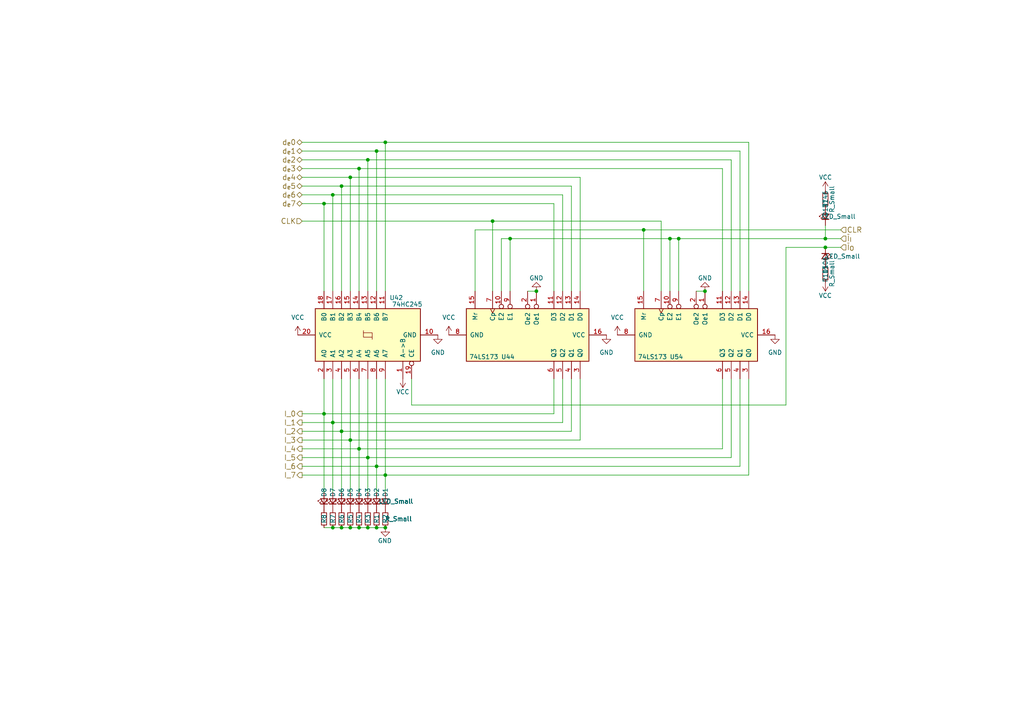
<source format=kicad_sch>
(kicad_sch (version 20230121) (generator eeschema)
  (paper "A4")
  (lib_symbols
    (symbol "74xx:74HC245" (pin_names (offset 1.016))
      (property "Reference" "U" (at -7.62 16.51 0))
      (property "Value" "74HC245" (at -7.62 -16.51 0))
      (symbol "74HC245_1_0"
        (polyline (pts (xy -0.635 -1.27) (xy -0.635 1.27) (xy 0.635 1.27)))
        (polyline (pts (xy -1.27 -1.27) (xy 0.635 -1.27) (xy 0.635 1.27) (xy 1.27 1.27)))
        (pin input line (at -12.7 -10.16 0) (length 5.08) (name "A->B") (number "1"))
        (pin power_in line (at 0 -20.32 90) (length 5.08) (name "GND") (number "10"))
        (pin tri_state line (at 12.7 -5.08 180) (length 5.08) (name "B7") (number "11"))
        (pin tri_state line (at 12.7 -2.54 180) (length 5.08) (name "B6") (number "12"))
        (pin tri_state line (at 12.7 0 180) (length 5.08) (name "B5") (number "13"))
        (pin tri_state line (at 12.7 2.54 180) (length 5.08) (name "B4") (number "14"))
        (pin tri_state line (at 12.7 5.08 180) (length 5.08) (name "B3") (number "15"))
        (pin tri_state line (at 12.7 7.62 180) (length 5.08) (name "B2") (number "16"))
        (pin tri_state line (at 12.7 10.16 180) (length 5.08) (name "B1") (number "17"))
        (pin tri_state line (at 12.7 12.7 180) (length 5.08) (name "B0") (number "18"))
        (pin input inverted (at -12.7 -12.7 0) (length 5.08) (name "CE") (number "19"))
        (pin tri_state line (at -12.7 12.7 0) (length 5.08) (name "A0") (number "2"))
        (pin power_in line (at 0 20.32 270) (length 5.08) (name "VCC") (number "20"))
        (pin tri_state line (at -12.7 10.16 0) (length 5.08) (name "A1") (number "3"))
        (pin tri_state line (at -12.7 7.62 0) (length 5.08) (name "A2") (number "4"))
        (pin tri_state line (at -12.7 5.08 0) (length 5.08) (name "A3") (number "5"))
        (pin tri_state line (at -12.7 2.54 0) (length 5.08) (name "A4") (number "6"))
        (pin tri_state line (at -12.7 0 0) (length 5.08) (name "A5") (number "7"))
        (pin tri_state line (at -12.7 -2.54 0) (length 5.08) (name "A6") (number "8"))
        (pin tri_state line (at -12.7 -5.08 0) (length 5.08) (name "A7") (number "9"))
      )
      (symbol "74HC245_1_1"
        (rectangle (start -7.62 15.24) (end 7.62 -15.24) (stroke (width 0.254)) (fill (type background)))
      )
    )
    (symbol "74xx:74LS173" (pin_names (offset 1.016))
      (property "Reference" "U" (at -7.62 19.05 0))
      (property "Value" "74LS173" (at -7.62 -19.05 0))
      (symbol "74LS173_1_0"
        (pin input inverted (at -12.7 2.54 0) (length 5.08) (name "Oe1") (number "1"))
        (pin input inverted (at -12.7 -7.62 0) (length 5.08) (name "E2") (number "10"))
        (pin input line (at -12.7 7.62 0) (length 5.08) (name "D3") (number "11"))
        (pin input line (at -12.7 10.16 0) (length 5.08) (name "D2") (number "12"))
        (pin input line (at -12.7 12.7 0) (length 5.08) (name "D1") (number "13"))
        (pin input line (at -12.7 15.24 0) (length 5.08) (name "D0") (number "14"))
        (pin input line (at -12.7 -15.24 0) (length 5.08) (name "Mr") (number "15"))
        (pin power_in line (at 0 22.86 270) (length 5.08) (name "VCC") (number "16"))
        (pin input inverted (at -12.7 0 0) (length 5.08) (name "Oe2") (number "2"))
        (pin tri_state line (at 12.7 15.24 180) (length 5.08) (name "Q0") (number "3"))
        (pin tri_state line (at 12.7 12.7 180) (length 5.08) (name "Q1") (number "4"))
        (pin tri_state line (at 12.7 10.16 180) (length 5.08) (name "Q2") (number "5"))
        (pin tri_state line (at 12.7 7.62 180) (length 5.08) (name "Q3") (number "6"))
        (pin input clock (at -12.7 -10.16 0) (length 5.08) (name "Cp") (number "7"))
        (pin power_in line (at 0 -22.86 90) (length 5.08) (name "GND") (number "8"))
        (pin input inverted (at -12.7 -5.08 0) (length 5.08) (name "E1") (number "9"))
      )
      (symbol "74LS173_1_1"
        (rectangle (start -7.62 17.78) (end 7.62 -17.78) (stroke (width 0.254)) (fill (type background)))
      )
    )
    (symbol "Device:LED_Small" (pin_numbers hide) (pin_names (offset 0.254) hide)
      (property "Reference" "D" (at -1.27 3.175 0))
      (property "Value" "LED_Small" (at -4.445 -2.54 0))
      (symbol "LED_Small_0_1"
        (polyline (pts (xy -0.762 -1.016) (xy -0.762 1.016)) (stroke (width 0.254)))
        (polyline (pts (xy 1.016 0) (xy -0.762 0)))
        (polyline (pts (xy 0.762 -1.016) (xy -0.762 0) (xy 0.762 1.016) (xy 0.762 -1.016)) (stroke (width 0.254)))
        (polyline (pts (xy 0 0.762) (xy -0.508 1.27) (xy -0.254 1.27) (xy -0.508 1.27) (xy -0.508 1.016)))
        (polyline (pts (xy 0.508 1.27) (xy 0 1.778) (xy 0.254 1.778) (xy 0 1.778) (xy 0 1.524)))
      )
      (symbol "LED_Small_1_1"
        (pin passive line (at -2.54 0 0) (length 1.778) (name "K") (number "1"))
        (pin passive line (at 2.54 0 180) (length 1.778) (name "A") (number "2"))
      )
    )
    (symbol "Device:R_Small" (pin_numbers hide) (pin_names (offset 0.254) hide)
      (property "Reference" "R" (at 0.762 0.508 0))
      (property "Value" "R_Small" (at 0.762 -1.016 0))
      (symbol "R_Small_0_1"
        (rectangle (start -0.762 1.778) (end 0.762 -1.778) (stroke (width 0.2032)))
      )
      (symbol "R_Small_1_1"
        (pin passive line (at 0 2.54 270) (length 0.762) (name "~") (number "1"))
        (pin passive line (at 0 -2.54 90) (length 0.762) (name "~") (number "2"))
      )
    )
    (symbol "power:GND" (power) (pin_names (offset 0))
      (property "Value" "GND" (at 0 -3.81 0))
      (symbol "GND_0_1"
        (polyline (pts (xy 0 0) (xy 0 -1.27) (xy 1.27 -1.27) (xy 0 -2.54) (xy -1.27 -1.27) (xy 0 -1.27)))
      )
      (symbol "GND_1_1"
        (pin power_in line (at 0 0 270) (length 0) hide (name "GND") (number "1"))
      )
    )
    (symbol "power:VCC" (power) (pin_names (offset 0))
      (property "Value" "VCC" (at 0 3.81 0))
      (symbol "VCC_0_1"
        (polyline (pts (xy -0.762 1.27) (xy 0 2.54)))
        (polyline (pts (xy 0 0) (xy 0 2.54)))
        (polyline (pts (xy 0 2.54) (xy 0.762 1.27)))
      )
      (symbol "VCC_1_1"
        (pin power_in line (at 0 0 90) (length 0) hide (name "VCC") (number "1"))
      )
    )
  )
  (junction (at 101.6 127.635))
  (junction (at 196.85 69.215))
  (junction (at 111.76 137.795))
  (junction (at 104.14 130.175))
  (junction (at 155.575 84.455))
  (junction (at 101.6 51.435))
  (junction (at 93.98 120.015))
  (junction (at 239.395 69.215))
  (junction (at 111.76 41.275))
  (junction (at 106.68 153.035))
  (junction (at 99.06 153.035))
  (junction (at 204.47 84.455))
  (junction (at 111.76 153.035))
  (junction (at 99.06 125.095))
  (junction (at 93.98 59.055))
  (junction (at 147.955 69.215))
  (junction (at 109.22 43.815))
  (junction (at 186.69 66.675))
  (junction (at 99.06 53.975))
  (junction (at 239.395 71.755))
  (junction (at 96.52 153.035))
  (junction (at 104.14 153.035))
  (junction (at 106.68 132.715))
  (junction (at 109.22 153.035))
  (junction (at 104.14 48.895))
  (junction (at 96.52 56.515))
  (junction (at 109.22 135.255))
  (junction (at 194.31 69.215))
  (junction (at 142.875 64.135))
  (junction (at 101.6 153.035))
  (junction (at 106.68 46.355))
  (junction (at 96.52 122.555))
  (wire (pts (xy 93.98 120.015) (xy 160.655 120.015)))
  (wire (pts (xy 191.77 64.135) (xy 191.77 84.455)))
  (wire (pts (xy 109.22 109.855) (xy 109.22 135.255)))
  (wire (pts (xy 145.415 69.215) (xy 147.955 69.215)))
  (wire (pts (xy 111.76 137.795) (xy 217.17 137.795)))
  (wire (pts (xy 209.55 84.455) (xy 209.55 48.895)))
  (wire (pts (xy 109.22 153.035) (xy 106.68 153.035)))
  (wire (pts (xy 96.52 56.515) (xy 96.52 84.455)))
  (wire (pts (xy 87.63 43.815) (xy 109.22 43.815)))
  (wire (pts (xy 96.52 122.555) (xy 96.52 142.875)))
  (wire (pts (xy 196.85 69.215) (xy 239.395 69.215)))
  (wire (pts (xy 87.63 56.515) (xy 96.52 56.515)))
  (wire (pts (xy 96.52 56.515) (xy 163.195 56.515)))
  (wire (pts (xy 109.22 43.815) (xy 214.63 43.815)))
  (wire (pts (xy 196.85 69.215) (xy 196.85 84.455)))
  (wire (pts (xy 109.22 43.815) (xy 109.22 84.455)))
  (wire (pts (xy 87.63 64.135) (xy 142.875 64.135)))
  (wire (pts (xy 111.76 41.275) (xy 217.17 41.275)))
  (wire (pts (xy 109.22 135.255) (xy 109.22 142.875)))
  (wire (pts (xy 186.69 66.675) (xy 186.69 84.455)))
  (wire (pts (xy 194.31 69.215) (xy 194.31 84.455)))
  (wire (pts (xy 106.68 132.715) (xy 212.09 132.715)))
  (wire (pts (xy 93.98 59.055) (xy 93.98 84.455)))
  (wire (pts (xy 111.76 153.035) (xy 109.22 153.035)))
  (wire (pts (xy 87.63 130.175) (xy 104.14 130.175)))
  (wire (pts (xy 163.195 122.555) (xy 163.195 109.855)))
  (wire (pts (xy 119.38 109.855) (xy 119.38 117.475)))
  (wire (pts (xy 101.6 51.435) (xy 101.6 84.455)))
  (wire (pts (xy 145.415 69.215) (xy 145.415 84.455)))
  (wire (pts (xy 137.795 84.455) (xy 137.795 66.675)))
  (wire (pts (xy 214.63 109.855) (xy 214.63 135.255)))
  (wire (pts (xy 147.955 69.215) (xy 147.955 84.455)))
  (wire (pts (xy 212.09 46.355) (xy 212.09 84.455)))
  (wire (pts (xy 239.395 71.755) (xy 243.84 71.755)))
  (wire (pts (xy 214.63 43.815) (xy 214.63 84.455)))
  (wire (pts (xy 168.275 51.435) (xy 168.275 84.455)))
  (wire (pts (xy 163.195 56.515) (xy 163.195 84.455)))
  (wire (pts (xy 101.6 153.035) (xy 99.06 153.035)))
  (wire (pts (xy 87.63 122.555) (xy 96.52 122.555)))
  (wire (pts (xy 101.6 127.635) (xy 101.6 142.875)))
  (wire (pts (xy 87.63 135.255) (xy 109.22 135.255)))
  (wire (pts (xy 217.17 109.855) (xy 217.17 137.795)))
  (wire (pts (xy 87.63 53.975) (xy 99.06 53.975)))
  (wire (pts (xy 87.63 51.435) (xy 101.6 51.435)))
  (wire (pts (xy 201.93 84.455) (xy 204.47 84.455)))
  (wire (pts (xy 217.17 41.275) (xy 217.17 84.455)))
  (wire (pts (xy 87.63 127.635) (xy 101.6 127.635)))
  (wire (pts (xy 96.52 109.855) (xy 96.52 122.555)))
  (wire (pts (xy 99.06 125.095) (xy 165.735 125.095)))
  (wire (pts (xy 239.395 69.215) (xy 243.84 69.215)))
  (wire (pts (xy 165.735 125.095) (xy 165.735 109.855)))
  (wire (pts (xy 96.52 122.555) (xy 163.195 122.555)))
  (wire (pts (xy 96.52 153.035) (xy 93.98 153.035)))
  (wire (pts (xy 209.55 48.895) (xy 104.14 48.895)))
  (wire (pts (xy 104.14 48.895) (xy 104.14 84.455)))
  (wire (pts (xy 99.06 125.095) (xy 87.63 125.095)))
  (wire (pts (xy 111.76 137.795) (xy 111.76 142.875)))
  (wire (pts (xy 165.735 53.975) (xy 165.735 84.455)))
  (wire (pts (xy 87.63 59.055) (xy 93.98 59.055)))
  (wire (pts (xy 106.68 46.355) (xy 106.68 84.455)))
  (wire (pts (xy 101.6 127.635) (xy 168.275 127.635)))
  (wire (pts (xy 160.655 59.055) (xy 160.655 84.455)))
  (wire (pts (xy 87.63 132.715) (xy 106.68 132.715)))
  (wire (pts (xy 153.035 84.455) (xy 155.575 84.455)))
  (wire (pts (xy 99.06 53.975) (xy 99.06 84.455)))
  (wire (pts (xy 101.6 51.435) (xy 168.275 51.435)))
  (wire (pts (xy 87.63 41.275) (xy 111.76 41.275)))
  (wire (pts (xy 239.395 65.405) (xy 239.395 69.215)))
  (wire (pts (xy 106.68 46.355) (xy 212.09 46.355)))
  (wire (pts (xy 87.63 48.895) (xy 104.14 48.895)))
  (wire (pts (xy 111.76 109.855) (xy 111.76 137.795)))
  (wire (pts (xy 119.38 117.475) (xy 227.965 117.475)))
  (wire (pts (xy 142.875 64.135) (xy 142.875 84.455)))
  (wire (pts (xy 227.965 71.755) (xy 227.965 117.475)))
  (wire (pts (xy 104.14 109.855) (xy 104.14 130.175)))
  (wire (pts (xy 227.965 71.755) (xy 239.395 71.755)))
  (wire (pts (xy 104.14 130.175) (xy 104.14 142.875)))
  (wire (pts (xy 99.06 125.095) (xy 99.06 142.875)))
  (wire (pts (xy 137.795 66.675) (xy 186.69 66.675)))
  (wire (pts (xy 93.98 109.855) (xy 93.98 120.015)))
  (wire (pts (xy 209.55 130.175) (xy 209.55 109.855)))
  (wire (pts (xy 93.98 120.015) (xy 87.63 120.015)))
  (wire (pts (xy 160.655 120.015) (xy 160.655 109.855)))
  (wire (pts (xy 147.955 69.215) (xy 194.31 69.215)))
  (wire (pts (xy 111.76 41.275) (xy 111.76 84.455)))
  (wire (pts (xy 106.68 132.715) (xy 106.68 142.875)))
  (wire (pts (xy 93.98 120.015) (xy 93.98 142.875)))
  (wire (pts (xy 142.875 64.135) (xy 191.77 64.135)))
  (wire (pts (xy 109.22 135.255) (xy 214.63 135.255)))
  (wire (pts (xy 93.98 59.055) (xy 160.655 59.055)))
  (wire (pts (xy 106.68 109.855) (xy 106.68 132.715)))
  (wire (pts (xy 111.76 137.795) (xy 87.63 137.795)))
  (wire (pts (xy 99.06 109.855) (xy 99.06 125.095)))
  (wire (pts (xy 186.69 66.675) (xy 243.84 66.675)))
  (wire (pts (xy 99.06 53.975) (xy 165.735 53.975)))
  (wire (pts (xy 101.6 109.855) (xy 101.6 127.635)))
  (wire (pts (xy 194.31 69.215) (xy 196.85 69.215)))
  (wire (pts (xy 212.09 132.715) (xy 212.09 109.855)))
  (wire (pts (xy 99.06 153.035) (xy 96.52 153.035)))
  (wire (pts (xy 106.68 153.035) (xy 104.14 153.035)))
  (wire (pts (xy 104.14 130.175) (xy 209.55 130.175)))
  (wire (pts (xy 104.14 153.035) (xy 101.6 153.035)))
  (wire (pts (xy 168.275 127.635) (xy 168.275 109.855)))
  (wire (pts (xy 87.63 46.355) (xy 106.68 46.355)))
  (hierarchical_label "d_{e}1" (shape tri_state) (at 87.63 43.815 180) (effects (font (size 1.524 1.524))))
  (hierarchical_label "I_0" (shape output) (at 87.63 120.015 180) (effects (font (size 1.524 1.524))))
  (hierarchical_label "I_1" (shape output) (at 87.63 122.555 180) (effects (font (size 1.524 1.524))))
  (hierarchical_label "I_7" (shape output) (at 87.63 137.795 180) (effects (font (size 1.524 1.524))))
  (hierarchical_label "CLK" (shape input) (at 87.63 64.135 180) (effects (font (size 1.524 1.524))))
  (hierarchical_label "d_{e}4" (shape tri_state) (at 87.63 51.435 180) (effects (font (size 1.524 1.524))))
  (hierarchical_label "I_2" (shape output) (at 87.63 125.095 180) (effects (font (size 1.524 1.524))))
  (hierarchical_label "CLR" (shape input) (at 243.84 66.675 0) (effects (font (size 1.524 1.524))))
  (hierarchical_label "d_{e}0" (shape tri_state) (at 87.63 41.275 180) (effects (font (size 1.524 1.524))))
  (hierarchical_label "d_{e}5" (shape tri_state) (at 87.63 53.975 180) (effects (font (size 1.524 1.524))))
  (hierarchical_label "d_{e}7" (shape tri_state) (at 87.63 59.055 180) (effects (font (size 1.524 1.524))))
  (hierarchical_label "~{I}_{O}" (shape input) (at 243.84 71.755 0) (effects (font (size 1.524 1.524))))
  (hierarchical_label "I_5" (shape output) (at 87.63 132.715 180) (effects (font (size 1.524 1.524))))
  (hierarchical_label "d_{e}3" (shape tri_state) (at 87.63 48.895 180) (effects (font (size 1.524 1.524))))
  (hierarchical_label "I_6" (shape output) (at 87.63 135.255 180) (effects (font (size 1.524 1.524))))
  (hierarchical_label "I_3" (shape output) (at 87.63 127.635 180) (effects (font (size 1.524 1.524))))
  (hierarchical_label "d_{e}2" (shape tri_state) (at 87.63 46.355 180) (effects (font (size 1.524 1.524))))
  (hierarchical_label "~{I}_{I}" (shape input) (at 243.84 69.215 0) (effects (font (size 1.524 1.524))))
  (hierarchical_label "d_{e}6" (shape tri_state) (at 87.63 56.515 180) (effects (font (size 1.524 1.524))))
  (hierarchical_label "I_4" (shape output) (at 87.63 130.175 180) (effects (font (size 1.524 1.524))))
  (symbol (lib_id "74xx:74LS173") (at 153.035 97.155 270) (unit 1)
    (property "Reference" "U44" (at 147.32 103.505 90))
    (property "Value" "74LS173" (at 140.335 103.505 90))
    (property "Datasheet" "http://www.ti.com/lit/gpn/sn74LS173" (effects hide))
    (instances (project "8bit-computer" (path "" (reference "U44") (unit 1)) (path "" (reference "U30") (unit 1)) (path "" (reference "U58") (unit 1))))
  )
  (symbol (lib_id "Device:R_Small") (at 111.76 150.495 0) (unit 1)
    (property "Reference" "R2" (at 111.76 150.495 90))
    (property "Value" "R_Small" (at 115.57 150.495 0))
    (instances (project "8bit-computer" (path "" (reference "R2") (unit 1)) (path "" (reference "R144") (unit 1)) (path "" (reference "R130") (unit 1)) (path "" (reference "R97") (unit 1))))
  )
  (symbol (lib_id "Device:LED_Small") (at 96.52 145.415 90) (unit 1)
    (property "Reference" "D7" (at 96.52 142.8115 0))
    (property "Value" "LED_Small" (at 114.8715 145.415 90))
    (instances (project "8bit-computer" (path "" (reference "D7") (unit 1)) (path "" (reference "D21") (unit 1)) (path "" (reference "D115") (unit 1)) (path "" (reference "D82") (unit 1))))
  )
  (symbol (lib_id "power:VCC") (at 130.175 97.155 0) (unit 1)
    (property "Reference" "#PWR0143" (effects hide))
    (property "Value" "VCC" (at 130.175 92.075 0))
    (instances (project "8bit-computer" (path "" (reference "#PWR0143") (unit 1)) (path "" (reference "#PWR0111") (unit 1)) (path "" (reference "#PWR0176") (unit 1))))
  )
  (symbol (lib_id "power:VCC") (at 116.84 109.855 180) (unit 1)
    (property "Reference" "#PWR0141" (effects hide))
    (property "Value" "VCC" (at 116.84 113.665 0))
    (instances (project "8bit-computer" (path "" (reference "#PWR0141") (unit 1)) (path "" (reference "#PWR0106") (unit 1)) (path "" (reference "#PWR0174") (unit 1))))
  )
  (symbol (lib_id "Device:R_Small") (at 101.6 150.495 0) (unit 1)
    (property "Reference" "R5" (at 101.6 150.495 90))
    (property "Value" "R_Small" (at 115.57 150.495 0))
    (instances (project "8bit-computer" (path "" (reference "R5") (unit 1)) (path "" (reference "R23") (unit 1)) (path "" (reference "R126") (unit 1)) (path "" (reference "R93") (unit 1))))
  )
  (symbol (lib_id "Device:LED_Small") (at 99.06 145.415 90) (unit 1)
    (property "Reference" "D6" (at 99.06 142.8115 0))
    (property "Value" "LED_Small" (at 114.8715 145.415 90))
    (instances (project "8bit-computer" (path "" (reference "D6") (unit 1)) (path "" (reference "D22") (unit 1)) (path "" (reference "D116") (unit 1)) (path "" (reference "D83") (unit 1))))
  )
  (symbol (lib_id "Device:LED_Small") (at 239.395 62.865 90) (unit 1)
    (property "Reference" "D137" (at 239.395 60.2615 0))
    (property "Value" "LED_Small" (at 243.205 62.8015 90))
    (instances (project "8bit-computer" (path "" (reference "D137") (unit 1)) (path "" (reference "D89") (unit 1))))
  )
  (symbol (lib_id "Device:LED_Small") (at 101.6 145.415 90) (unit 1)
    (property "Reference" "D5" (at 101.6 142.8115 0))
    (property "Value" "LED_Small" (at 114.8715 145.415 90))
    (instances (project "8bit-computer" (path "" (reference "D5") (unit 1)) (path "" (reference "D23") (unit 1)) (path "" (reference "D117") (unit 1)) (path "" (reference "D84") (unit 1))))
  )
  (symbol (lib_id "Device:LED_Small") (at 111.76 145.415 90) (unit 1)
    (property "Reference" "D1" (at 111.76 142.8115 0))
    (property "Value" "LED_Small" (at 114.8715 145.415 90))
    (instances (project "8bit-computer" (path "" (reference "D1") (unit 1)) (path "" (reference "D135") (unit 1)) (path "" (reference "D121") (unit 1)) (path "" (reference "D88") (unit 1))))
  )
  (symbol (lib_id "74xx:74LS173") (at 201.93 97.155 270) (unit 1)
    (property "Reference" "U54" (at 196.215 103.505 90))
    (property "Value" "74LS173" (at 189.23 103.505 90))
    (property "Datasheet" "http://www.ti.com/lit/gpn/sn74LS173" (effects hide))
    (instances (project "8bit-computer" (path "" (reference "U54") (unit 1)) (path "" (reference "U31") (unit 1)) (path "" (reference "U59") (unit 1))))
  )
  (symbol (lib_id "power:GND") (at 204.47 84.455 180) (unit 1)
    (property "Reference" "#PWR0147" (effects hide))
    (property "Value" "GND" (at 204.47 80.645 0))
    (instances (project "8bit-computer" (path "" (reference "#PWR0147") (unit 1)) (path "" (reference "#PWR0157") (unit 1)) (path "" (reference "#PWR0180") (unit 1))))
  )
  (symbol (lib_id "Device:R_Small") (at 106.68 150.495 0) (unit 1)
    (property "Reference" "R3" (at 106.68 150.495 90))
    (property "Value" "R_Small" (at 115.57 150.495 0))
    (instances (project "8bit-computer" (path "" (reference "R3") (unit 1)) (path "" (reference "R142") (unit 1)) (path "" (reference "R128") (unit 1)) (path "" (reference "R95") (unit 1))))
  )
  (symbol (lib_id "power:VCC") (at 239.395 55.245 0) (unit 1)
    (property "Reference" "#PWR0217" (effects hide))
    (property "Value" "VCC" (at 237.49 51.435 0) (effects (justify left)))
    (instances (project "8bit-computer" (path "" (reference "#PWR0217") (unit 1)) (path "" (reference "#PWR0182") (unit 1))))
  )
  (symbol (lib_id "Device:R_Small") (at 104.14 150.495 0) (unit 1)
    (property "Reference" "R4" (at 104.14 150.495 90))
    (property "Value" "R_Small" (at 115.57 150.495 0))
    (instances (project "8bit-computer" (path "" (reference "R4") (unit 1)) (path "" (reference "R90") (unit 1)) (path "" (reference "R127") (unit 1)) (path "" (reference "R94") (unit 1))))
  )
  (symbol (lib_id "Device:R_Small") (at 239.395 79.375 0) (unit 1)
    (property "Reference" "R115" (at 239.395 79.375 90))
    (property "Value" "R_Small" (at 241.3 79.375 90))
    (instances (project "8bit-computer" (path "" (reference "R115") (unit 1)) (path "" (reference "R99") (unit 1))))
  )
  (symbol (lib_id "Device:LED_Small") (at 109.22 145.415 90) (unit 1)
    (property "Reference" "D2" (at 109.22 142.8115 0))
    (property "Value" "LED_Small" (at 114.8715 145.415 90))
    (instances (project "8bit-computer" (path "" (reference "D2") (unit 1)) (path "" (reference "D134") (unit 1)) (path "" (reference "D120") (unit 1)) (path "" (reference "D87") (unit 1))))
  )
  (symbol (lib_id "Device:R_Small") (at 96.52 150.495 0) (unit 1)
    (property "Reference" "R7" (at 96.52 150.495 90))
    (property "Value" "R_Small" (at 115.57 150.495 0))
    (instances (project "8bit-computer" (path "" (reference "R7") (unit 1)) (path "" (reference "R21") (unit 1)) (path "" (reference "R124") (unit 1)) (path "" (reference "R91") (unit 1))))
  )
  (symbol (lib_id "Device:R_Small") (at 109.22 150.495 0) (unit 1)
    (property "Reference" "R1" (at 109.22 150.495 90))
    (property "Value" "R_Small" (at 115.57 150.495 0))
    (instances (project "8bit-computer" (path "" (reference "R1") (unit 1)) (path "" (reference "R143") (unit 1)) (path "" (reference "R129") (unit 1)) (path "" (reference "R96") (unit 1))))
  )
  (symbol (lib_id "74xx:74HC245") (at 106.68 97.155 90) (unit 1)
    (property "Reference" "U42" (at 114.935 86.36 90))
    (property "Value" "74HC245" (at 118.11 88.265 90))
    (property "Datasheet" "http://www.ti.com/lit/gpn/sn74HC245" (effects hide))
    (instances (project "8bit-computer" (path "" (reference "U42") (unit 1)) (path "" (reference "U29") (unit 1)) (path "" (reference "U57") (unit 1))))
  )
  (symbol (lib_id "Device:R_Small") (at 239.395 57.785 180) (unit 1)
    (property "Reference" "R146" (at 239.395 57.785 90))
    (property "Value" "R_Small" (at 241.3 57.785 90))
    (instances (project "8bit-computer" (path "" (reference "R146") (unit 1)) (path "" (reference "R98") (unit 1))))
  )
  (symbol (lib_id "Device:R_Small") (at 93.98 150.495 0) (unit 1)
    (property "Reference" "R8" (at 93.98 150.495 90))
    (property "Value" "R_Small" (at 115.57 150.495 0))
    (instances (project "8bit-computer" (path "" (reference "R8") (unit 1)) (path "" (reference "R20") (unit 1)) (path "" (reference "R123") (unit 1)) (path "" (reference "R90") (unit 1))))
  )
  (symbol (lib_id "power:GND") (at 224.79 97.155 0) (unit 1)
    (property "Reference" "#PWR0153" (effects hide))
    (property "Value" "GND" (at 224.79 102.235 0))
    (instances (project "8bit-computer" (path "" (reference "#PWR0153") (unit 1)) (path "" (reference "#PWR0166") (unit 1)) (path "" (reference "#PWR0181") (unit 1))))
  )
  (symbol (lib_id "Device:R_Small") (at 99.06 150.495 0) (unit 1)
    (property "Reference" "R6" (at 99.06 150.495 90))
    (property "Value" "R_Small" (at 115.57 150.495 0))
    (instances (project "8bit-computer" (path "" (reference "R6") (unit 1)) (path "" (reference "R22") (unit 1)) (path "" (reference "R125") (unit 1)) (path "" (reference "R92") (unit 1))))
  )
  (symbol (lib_id "Device:LED_Small") (at 239.395 74.295 270) (unit 1)
    (property "Reference" "D106" (at 239.395 76.8985 0))
    (property "Value" "LED_Small" (at 244.475 74.3585 90))
    (instances (project "8bit-computer" (path "" (reference "D106") (unit 1)) (path "" (reference "D90") (unit 1))))
  )
  (symbol (lib_id "power:VCC") (at 239.395 81.915 180) (unit 1)
    (property "Reference" "#PWR024" (effects hide))
    (property "Value" "VCC" (at 241.3 85.725 0) (effects (justify left)))
    (instances (project "8bit-computer" (path "" (reference "#PWR024") (unit 1)) (path "" (reference "#PWR0183") (unit 1))))
  )
  (symbol (lib_id "power:VCC") (at 86.36 97.155 0) (unit 1)
    (property "Reference" "#PWR099" (effects hide))
    (property "Value" "VCC" (at 86.36 92.075 0))
    (instances (project "8bit-computer" (path "" (reference "#PWR099") (unit 1)) (path "" (reference "#PWR058") (unit 1)) (path "" (reference "#PWR0172") (unit 1))))
  )
  (symbol (lib_id "power:GND") (at 175.895 97.155 0) (unit 1)
    (property "Reference" "#PWR0145" (effects hide))
    (property "Value" "GND" (at 175.895 102.235 0))
    (instances (project "8bit-computer" (path "" (reference "#PWR0145") (unit 1)) (path "" (reference "#PWR0148") (unit 1)) (path "" (reference "#PWR0178") (unit 1))))
  )
  (symbol (lib_id "power:GND") (at 155.575 84.455 180) (unit 1)
    (property "Reference" "#PWR0144" (effects hide))
    (property "Value" "GND" (at 155.575 80.645 0))
    (instances (project "8bit-computer" (path "" (reference "#PWR0144") (unit 1)) (path "" (reference "#PWR0124") (unit 1)) (path "" (reference "#PWR0177") (unit 1))))
  )
  (symbol (lib_id "Device:LED_Small") (at 93.98 145.415 90) (unit 1)
    (property "Reference" "D8" (at 93.98 142.8115 0))
    (property "Value" "LED_Small" (at 114.8715 145.415 90))
    (instances (project "8bit-computer" (path "" (reference "D8") (unit 1)) (path "" (reference "D20") (unit 1)) (path "" (reference "D114") (unit 1)) (path "" (reference "D81") (unit 1))))
  )
  (symbol (lib_id "Device:LED_Small") (at 104.14 145.415 90) (unit 1)
    (property "Reference" "D4" (at 104.14 142.8115 0))
    (property "Value" "LED_Small" (at 114.8715 145.415 90))
    (instances (project "8bit-computer" (path "" (reference "D4") (unit 1)) (path "" (reference "D81") (unit 1)) (path "" (reference "D118") (unit 1)) (path "" (reference "D85") (unit 1))))
  )
  (symbol (lib_id "Device:LED_Small") (at 106.68 145.415 90) (unit 1)
    (property "Reference" "D3" (at 106.68 142.8115 0))
    (property "Value" "LED_Small" (at 114.8715 145.415 90))
    (instances (project "8bit-computer" (path "" (reference "D3") (unit 1)) (path "" (reference "D133") (unit 1)) (path "" (reference "D119") (unit 1)) (path "" (reference "D86") (unit 1))))
  )
  (symbol (lib_id "power:GND") (at 127 97.155 0) (unit 1)
    (property "Reference" "#PWR0142" (effects hide))
    (property "Value" "GND" (at 127 102.235 0))
    (instances (project "8bit-computer" (path "" (reference "#PWR0142") (unit 1)) (path "" (reference "#PWR0107") (unit 1)) (path "" (reference "#PWR0175") (unit 1))))
  )
  (symbol (lib_id "power:GND") (at 111.76 153.035 0) (unit 1)
    (property "Reference" "#PWR097" (effects hide))
    (property "Value" "GND" (at 113.665 156.845 0) (effects (justify right)))
    (instances (project "8bit-computer" (path "" (reference "#PWR097") (unit 1)) (path "" (reference "#PWR0140") (unit 1)) (path "" (reference "#PWR0105") (unit 1)) (path "" (reference "#PWR0173") (unit 1))))
  )
  (symbol (lib_id "power:VCC") (at 179.07 97.155 0) (unit 1)
    (property "Reference" "#PWR0146" (effects hide))
    (property "Value" "VCC" (at 179.07 92.075 0))
    (instances (project "8bit-computer" (path "" (reference "#PWR0146") (unit 1)) (path "" (reference "#PWR0156") (unit 1)) (path "" (reference "#PWR0179") (unit 1))))
  )
)
</source>
